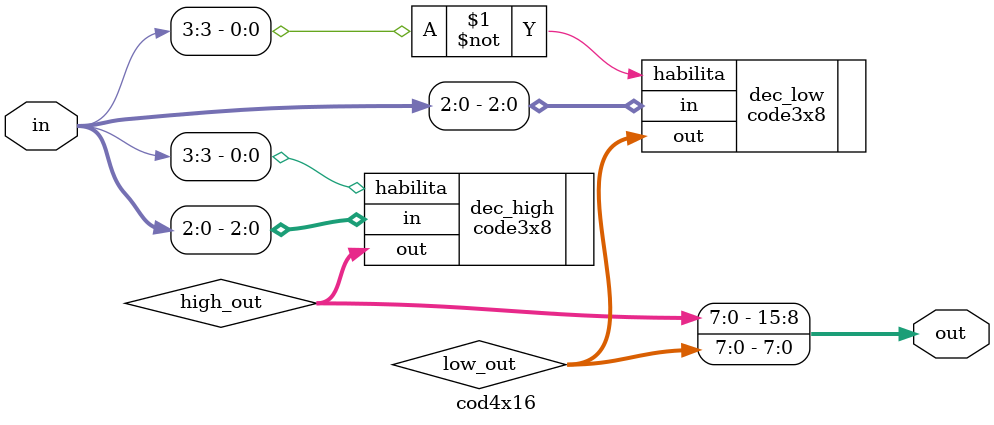
<source format=v>
module cod4x16 (
    input  wire [3:0] in,
    output wire [15:0] out
  );
  wire [7:0] low_out, high_out;

  code3x8 dec_low (
            .in(in[2:0]),
            .habilita(~in[3]),
            .out(low_out)
          );

  code3x8 dec_high (
            .in(in[2:0]),
            .habilita(in[3]),
            .out(high_out)
          );

  assign out = {high_out, low_out};
endmodule

</source>
